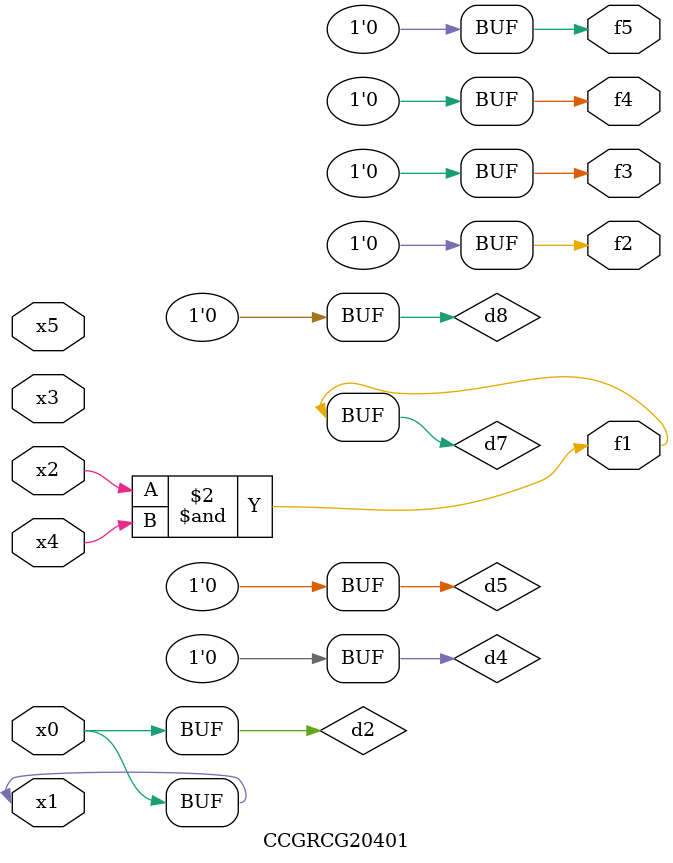
<source format=v>
module CCGRCG20401(
	input x0, x1, x2, x3, x4, x5,
	output f1, f2, f3, f4, f5
);

	wire d1, d2, d3, d4, d5, d6, d7, d8, d9;

	nand (d1, x1);
	buf (d2, x0, x1);
	nand (d3, x2, x4);
	and (d4, d1, d2);
	and (d5, d1, d2);
	nand (d6, d1, d3);
	not (d7, d3);
	xor (d8, d5);
	nor (d9, d5, d6);
	assign f1 = d7;
	assign f2 = d8;
	assign f3 = d8;
	assign f4 = d8;
	assign f5 = d8;
endmodule

</source>
